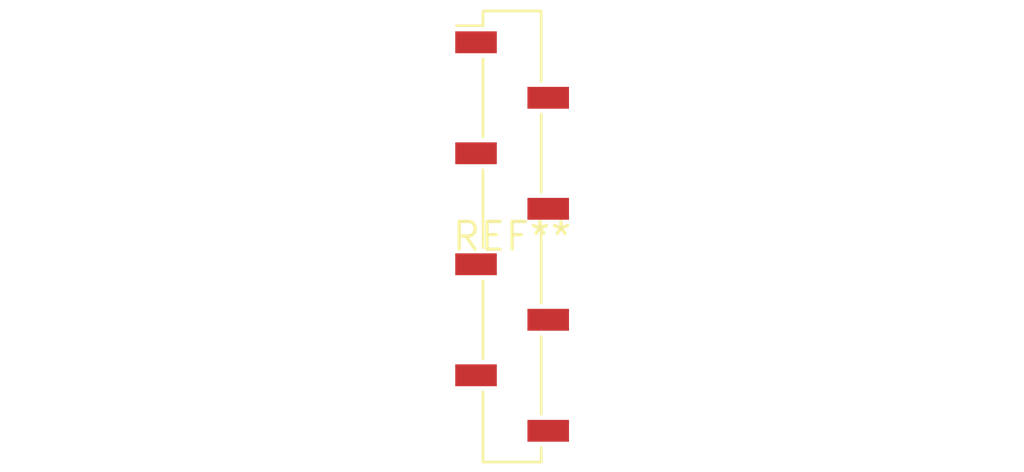
<source format=kicad_pcb>
(kicad_pcb (version 20240108) (generator pcbnew)
  (layers (0 "F.Cu" signal) (31 "B.Cu" signal) (34 "B.Paste" user) (35 "F.Paste" user) (36 "B.SilkS" user "B.Silkscreen") (37 "F.SilkS" user "F.Silkscreen") (38 "B.Mask" user) (39 "F.Mask" user) (44 "Edge.Cuts" user))
  (net 0 "")
  (footprint "PinSocket_1x08_P2.54mm_Vertical_SMD_Pin1Left" (layer "F.Cu") (at 0 0)
    (property "Reference" "REF**")
    (property "Value" "PinSocket_1x08_P2.54mm_Vertical_SMD_Pin1Left")
    (fp_line (start -2.54 -9.65) (end -1.33 -9.65) (layer "F.SilkS") (stroke (width 0.12)))
    (fp_line (start -1.33 -10.32) (end -1.33 -9.65) (layer "F.SilkS") (stroke (width 0.12)))
    (fp_line (start -1.33 -10.32) (end 1.33 -10.32) (layer "F.SilkS") (stroke (width 0.12)))
    (fp_line (start -1.33 -8.13) (end -1.33 -4.57) (layer "F.SilkS") (stroke (width 0.12)))
    (fp_line (start -1.33 -3.05) (end -1.33 0.51) (layer "F.SilkS") (stroke (width 0.12)))
    (fp_line (start -1.33 2.03) (end -1.33 5.59) (layer "F.SilkS") (stroke (width 0.12)))
    (fp_line (start -1.33 7.11) (end -1.33 10.32) (layer "F.SilkS") (stroke (width 0.12)))
    (fp_line (start -1.33 10.32) (end 1.33 10.32) (layer "F.SilkS") (stroke (width 0.12)))
    (fp_line (start 1.33 -10.32) (end 1.33 -7.11) (layer "F.SilkS") (stroke (width 0.12)))
    (fp_line (start 1.33 -5.59) (end 1.33 -2.03) (layer "F.SilkS") (stroke (width 0.12)))
    (fp_line (start 1.33 -0.51) (end 1.33 3.05) (layer "F.SilkS") (stroke (width 0.12)))
    (fp_line (start 1.33 4.57) (end 1.33 8.13) (layer "F.SilkS") (stroke (width 0.12)))
    (fp_line (start 1.33 9.65) (end 1.33 10.32) (layer "F.SilkS") (stroke (width 0.12)))
    (pad "1" smd rect (at -1.65 -8.89) (size 1.9 1) (layers "F.Cu" "F.Paste" "F.Mask"))
    (pad "2" smd rect (at 1.65 -6.35) (size 1.9 1) (layers "F.Cu" "F.Paste" "F.Mask"))
    (pad "3" smd rect (at -1.65 -3.81) (size 1.9 1) (layers "F.Cu" "F.Paste" "F.Mask"))
    (pad "4" smd rect (at 1.65 -1.27) (size 1.9 1) (layers "F.Cu" "F.Paste" "F.Mask"))
    (pad "5" smd rect (at -1.65 1.27) (size 1.9 1) (layers "F.Cu" "F.Paste" "F.Mask"))
    (pad "6" smd rect (at 1.65 3.81) (size 1.9 1) (layers "F.Cu" "F.Paste" "F.Mask"))
    (pad "7" smd rect (at -1.65 6.35) (size 1.9 1) (layers "F.Cu" "F.Paste" "F.Mask"))
    (pad "8" smd rect (at 1.65 8.89) (size 1.9 1) (layers "F.Cu" "F.Paste" "F.Mask"))
  )
)
</source>
